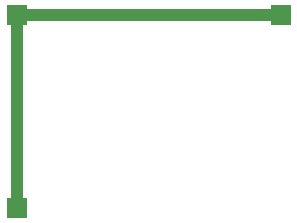
<source format=gbr>
%TF.GenerationSoftware,KiCad,Pcbnew,(6.0.5)*%
%TF.CreationDate,2022-08-15T09:56:06-04:00*%
%TF.ProjectId,2sidedTest,32736964-6564-4546-9573-742e6b696361,rev?*%
%TF.SameCoordinates,Original*%
%TF.FileFunction,Copper,L1,Top*%
%TF.FilePolarity,Positive*%
%FSLAX46Y46*%
G04 Gerber Fmt 4.6, Leading zero omitted, Abs format (unit mm)*
G04 Created by KiCad (PCBNEW (6.0.5)) date 2022-08-15 09:56:06*
%MOMM*%
%LPD*%
G01*
G04 APERTURE LIST*
%TA.AperFunction,ComponentPad*%
%ADD10R,1.700000X1.700000*%
%TD*%
%TA.AperFunction,Conductor*%
%ADD11C,1.000000*%
%TD*%
G04 APERTURE END LIST*
D10*
%TO.P,J3,1,Pin_1*%
%TO.N,Net-(J1-Pad1)*%
X78800000Y-104500000D03*
%TD*%
%TO.P,J2,1,Pin_1*%
%TO.N,Net-(J1-Pad1)*%
X56500000Y-120800000D03*
%TD*%
%TO.P,J1,1,Pin_1*%
%TO.N,Net-(J1-Pad1)*%
X56500000Y-104500000D03*
%TD*%
D11*
%TO.N,Net-(J1-Pad1)*%
X56500000Y-120800000D02*
X56500000Y-104500000D01*
X78800000Y-104500000D02*
X56500000Y-104500000D01*
%TD*%
M02*

</source>
